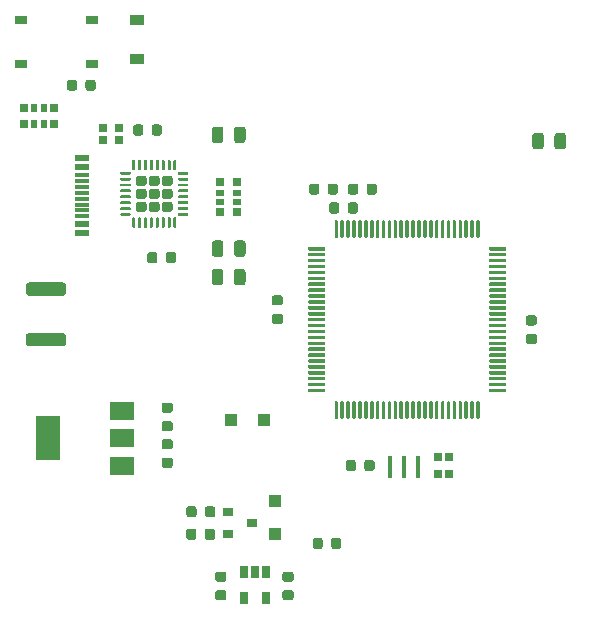
<source format=gtp>
G04 #@! TF.GenerationSoftware,KiCad,Pcbnew,(5.1.6)-1*
G04 #@! TF.CreationDate,2020-08-03T01:11:42+09:00*
G04 #@! TF.ProjectId,Meno_V101,4d656e6f-5f56-4313-9031-2e6b69636164,rev?*
G04 #@! TF.SameCoordinates,PX6cf7820PY7a67730*
G04 #@! TF.FileFunction,Paste,Top*
G04 #@! TF.FilePolarity,Positive*
%FSLAX46Y46*%
G04 Gerber Fmt 4.6, Leading zero omitted, Abs format (unit mm)*
G04 Created by KiCad (PCBNEW (5.1.6)-1) date 2020-08-03 01:11:42*
%MOMM*%
%LPD*%
G01*
G04 APERTURE LIST*
%ADD10R,0.640000X0.700000*%
%ADD11R,0.500000X0.700000*%
%ADD12R,0.400000X1.900000*%
%ADD13R,1.000000X0.700000*%
%ADD14R,1.150000X0.600000*%
%ADD15R,1.150000X0.300000*%
%ADD16R,2.000000X1.500000*%
%ADD17R,2.000000X3.800000*%
%ADD18R,0.700000X0.640000*%
%ADD19R,0.700000X0.500000*%
%ADD20R,1.200000X0.900000*%
%ADD21R,1.100000X1.100000*%
%ADD22R,0.900000X0.800000*%
%ADD23R,0.650000X1.060000*%
G04 APERTURE END LIST*
G36*
G01*
X9705000Y38687500D02*
X9705000Y38812500D01*
G75*
G02*
X9767500Y38875000I62500J0D01*
G01*
X10517500Y38875000D01*
G75*
G02*
X10580000Y38812500I0J-62500D01*
G01*
X10580000Y38687500D01*
G75*
G02*
X10517500Y38625000I-62500J0D01*
G01*
X9767500Y38625000D01*
G75*
G02*
X9705000Y38687500I0J62500D01*
G01*
G37*
G36*
G01*
X9705000Y38187500D02*
X9705000Y38312500D01*
G75*
G02*
X9767500Y38375000I62500J0D01*
G01*
X10517500Y38375000D01*
G75*
G02*
X10580000Y38312500I0J-62500D01*
G01*
X10580000Y38187500D01*
G75*
G02*
X10517500Y38125000I-62500J0D01*
G01*
X9767500Y38125000D01*
G75*
G02*
X9705000Y38187500I0J62500D01*
G01*
G37*
G36*
G01*
X9705000Y37687500D02*
X9705000Y37812500D01*
G75*
G02*
X9767500Y37875000I62500J0D01*
G01*
X10517500Y37875000D01*
G75*
G02*
X10580000Y37812500I0J-62500D01*
G01*
X10580000Y37687500D01*
G75*
G02*
X10517500Y37625000I-62500J0D01*
G01*
X9767500Y37625000D01*
G75*
G02*
X9705000Y37687500I0J62500D01*
G01*
G37*
G36*
G01*
X9705000Y37187500D02*
X9705000Y37312500D01*
G75*
G02*
X9767500Y37375000I62500J0D01*
G01*
X10517500Y37375000D01*
G75*
G02*
X10580000Y37312500I0J-62500D01*
G01*
X10580000Y37187500D01*
G75*
G02*
X10517500Y37125000I-62500J0D01*
G01*
X9767500Y37125000D01*
G75*
G02*
X9705000Y37187500I0J62500D01*
G01*
G37*
G36*
G01*
X9705000Y36687500D02*
X9705000Y36812500D01*
G75*
G02*
X9767500Y36875000I62500J0D01*
G01*
X10517500Y36875000D01*
G75*
G02*
X10580000Y36812500I0J-62500D01*
G01*
X10580000Y36687500D01*
G75*
G02*
X10517500Y36625000I-62500J0D01*
G01*
X9767500Y36625000D01*
G75*
G02*
X9705000Y36687500I0J62500D01*
G01*
G37*
G36*
G01*
X9705000Y36187500D02*
X9705000Y36312500D01*
G75*
G02*
X9767500Y36375000I62500J0D01*
G01*
X10517500Y36375000D01*
G75*
G02*
X10580000Y36312500I0J-62500D01*
G01*
X10580000Y36187500D01*
G75*
G02*
X10517500Y36125000I-62500J0D01*
G01*
X9767500Y36125000D01*
G75*
G02*
X9705000Y36187500I0J62500D01*
G01*
G37*
G36*
G01*
X9705000Y35687500D02*
X9705000Y35812500D01*
G75*
G02*
X9767500Y35875000I62500J0D01*
G01*
X10517500Y35875000D01*
G75*
G02*
X10580000Y35812500I0J-62500D01*
G01*
X10580000Y35687500D01*
G75*
G02*
X10517500Y35625000I-62500J0D01*
G01*
X9767500Y35625000D01*
G75*
G02*
X9705000Y35687500I0J62500D01*
G01*
G37*
G36*
G01*
X9705000Y35187500D02*
X9705000Y35312500D01*
G75*
G02*
X9767500Y35375000I62500J0D01*
G01*
X10517500Y35375000D01*
G75*
G02*
X10580000Y35312500I0J-62500D01*
G01*
X10580000Y35187500D01*
G75*
G02*
X10517500Y35125000I-62500J0D01*
G01*
X9767500Y35125000D01*
G75*
G02*
X9705000Y35187500I0J62500D01*
G01*
G37*
G36*
G01*
X10705000Y34187500D02*
X10705000Y34937500D01*
G75*
G02*
X10767500Y35000000I62500J0D01*
G01*
X10892500Y35000000D01*
G75*
G02*
X10955000Y34937500I0J-62500D01*
G01*
X10955000Y34187500D01*
G75*
G02*
X10892500Y34125000I-62500J0D01*
G01*
X10767500Y34125000D01*
G75*
G02*
X10705000Y34187500I0J62500D01*
G01*
G37*
G36*
G01*
X11205000Y34187500D02*
X11205000Y34937500D01*
G75*
G02*
X11267500Y35000000I62500J0D01*
G01*
X11392500Y35000000D01*
G75*
G02*
X11455000Y34937500I0J-62500D01*
G01*
X11455000Y34187500D01*
G75*
G02*
X11392500Y34125000I-62500J0D01*
G01*
X11267500Y34125000D01*
G75*
G02*
X11205000Y34187500I0J62500D01*
G01*
G37*
G36*
G01*
X11705000Y34187500D02*
X11705000Y34937500D01*
G75*
G02*
X11767500Y35000000I62500J0D01*
G01*
X11892500Y35000000D01*
G75*
G02*
X11955000Y34937500I0J-62500D01*
G01*
X11955000Y34187500D01*
G75*
G02*
X11892500Y34125000I-62500J0D01*
G01*
X11767500Y34125000D01*
G75*
G02*
X11705000Y34187500I0J62500D01*
G01*
G37*
G36*
G01*
X12205000Y34187500D02*
X12205000Y34937500D01*
G75*
G02*
X12267500Y35000000I62500J0D01*
G01*
X12392500Y35000000D01*
G75*
G02*
X12455000Y34937500I0J-62500D01*
G01*
X12455000Y34187500D01*
G75*
G02*
X12392500Y34125000I-62500J0D01*
G01*
X12267500Y34125000D01*
G75*
G02*
X12205000Y34187500I0J62500D01*
G01*
G37*
G36*
G01*
X12705000Y34187500D02*
X12705000Y34937500D01*
G75*
G02*
X12767500Y35000000I62500J0D01*
G01*
X12892500Y35000000D01*
G75*
G02*
X12955000Y34937500I0J-62500D01*
G01*
X12955000Y34187500D01*
G75*
G02*
X12892500Y34125000I-62500J0D01*
G01*
X12767500Y34125000D01*
G75*
G02*
X12705000Y34187500I0J62500D01*
G01*
G37*
G36*
G01*
X13205000Y34187500D02*
X13205000Y34937500D01*
G75*
G02*
X13267500Y35000000I62500J0D01*
G01*
X13392500Y35000000D01*
G75*
G02*
X13455000Y34937500I0J-62500D01*
G01*
X13455000Y34187500D01*
G75*
G02*
X13392500Y34125000I-62500J0D01*
G01*
X13267500Y34125000D01*
G75*
G02*
X13205000Y34187500I0J62500D01*
G01*
G37*
G36*
G01*
X13705000Y34187500D02*
X13705000Y34937500D01*
G75*
G02*
X13767500Y35000000I62500J0D01*
G01*
X13892500Y35000000D01*
G75*
G02*
X13955000Y34937500I0J-62500D01*
G01*
X13955000Y34187500D01*
G75*
G02*
X13892500Y34125000I-62500J0D01*
G01*
X13767500Y34125000D01*
G75*
G02*
X13705000Y34187500I0J62500D01*
G01*
G37*
G36*
G01*
X14205000Y34187500D02*
X14205000Y34937500D01*
G75*
G02*
X14267500Y35000000I62500J0D01*
G01*
X14392500Y35000000D01*
G75*
G02*
X14455000Y34937500I0J-62500D01*
G01*
X14455000Y34187500D01*
G75*
G02*
X14392500Y34125000I-62500J0D01*
G01*
X14267500Y34125000D01*
G75*
G02*
X14205000Y34187500I0J62500D01*
G01*
G37*
G36*
G01*
X14580000Y35187500D02*
X14580000Y35312500D01*
G75*
G02*
X14642500Y35375000I62500J0D01*
G01*
X15392500Y35375000D01*
G75*
G02*
X15455000Y35312500I0J-62500D01*
G01*
X15455000Y35187500D01*
G75*
G02*
X15392500Y35125000I-62500J0D01*
G01*
X14642500Y35125000D01*
G75*
G02*
X14580000Y35187500I0J62500D01*
G01*
G37*
G36*
G01*
X14580000Y35687500D02*
X14580000Y35812500D01*
G75*
G02*
X14642500Y35875000I62500J0D01*
G01*
X15392500Y35875000D01*
G75*
G02*
X15455000Y35812500I0J-62500D01*
G01*
X15455000Y35687500D01*
G75*
G02*
X15392500Y35625000I-62500J0D01*
G01*
X14642500Y35625000D01*
G75*
G02*
X14580000Y35687500I0J62500D01*
G01*
G37*
G36*
G01*
X14580000Y36187500D02*
X14580000Y36312500D01*
G75*
G02*
X14642500Y36375000I62500J0D01*
G01*
X15392500Y36375000D01*
G75*
G02*
X15455000Y36312500I0J-62500D01*
G01*
X15455000Y36187500D01*
G75*
G02*
X15392500Y36125000I-62500J0D01*
G01*
X14642500Y36125000D01*
G75*
G02*
X14580000Y36187500I0J62500D01*
G01*
G37*
G36*
G01*
X14580000Y36687500D02*
X14580000Y36812500D01*
G75*
G02*
X14642500Y36875000I62500J0D01*
G01*
X15392500Y36875000D01*
G75*
G02*
X15455000Y36812500I0J-62500D01*
G01*
X15455000Y36687500D01*
G75*
G02*
X15392500Y36625000I-62500J0D01*
G01*
X14642500Y36625000D01*
G75*
G02*
X14580000Y36687500I0J62500D01*
G01*
G37*
G36*
G01*
X14580000Y37187500D02*
X14580000Y37312500D01*
G75*
G02*
X14642500Y37375000I62500J0D01*
G01*
X15392500Y37375000D01*
G75*
G02*
X15455000Y37312500I0J-62500D01*
G01*
X15455000Y37187500D01*
G75*
G02*
X15392500Y37125000I-62500J0D01*
G01*
X14642500Y37125000D01*
G75*
G02*
X14580000Y37187500I0J62500D01*
G01*
G37*
G36*
G01*
X14580000Y37687500D02*
X14580000Y37812500D01*
G75*
G02*
X14642500Y37875000I62500J0D01*
G01*
X15392500Y37875000D01*
G75*
G02*
X15455000Y37812500I0J-62500D01*
G01*
X15455000Y37687500D01*
G75*
G02*
X15392500Y37625000I-62500J0D01*
G01*
X14642500Y37625000D01*
G75*
G02*
X14580000Y37687500I0J62500D01*
G01*
G37*
G36*
G01*
X14580000Y38187500D02*
X14580000Y38312500D01*
G75*
G02*
X14642500Y38375000I62500J0D01*
G01*
X15392500Y38375000D01*
G75*
G02*
X15455000Y38312500I0J-62500D01*
G01*
X15455000Y38187500D01*
G75*
G02*
X15392500Y38125000I-62500J0D01*
G01*
X14642500Y38125000D01*
G75*
G02*
X14580000Y38187500I0J62500D01*
G01*
G37*
G36*
G01*
X14580000Y38687500D02*
X14580000Y38812500D01*
G75*
G02*
X14642500Y38875000I62500J0D01*
G01*
X15392500Y38875000D01*
G75*
G02*
X15455000Y38812500I0J-62500D01*
G01*
X15455000Y38687500D01*
G75*
G02*
X15392500Y38625000I-62500J0D01*
G01*
X14642500Y38625000D01*
G75*
G02*
X14580000Y38687500I0J62500D01*
G01*
G37*
G36*
G01*
X14205000Y39062500D02*
X14205000Y39812500D01*
G75*
G02*
X14267500Y39875000I62500J0D01*
G01*
X14392500Y39875000D01*
G75*
G02*
X14455000Y39812500I0J-62500D01*
G01*
X14455000Y39062500D01*
G75*
G02*
X14392500Y39000000I-62500J0D01*
G01*
X14267500Y39000000D01*
G75*
G02*
X14205000Y39062500I0J62500D01*
G01*
G37*
G36*
G01*
X13705000Y39062500D02*
X13705000Y39812500D01*
G75*
G02*
X13767500Y39875000I62500J0D01*
G01*
X13892500Y39875000D01*
G75*
G02*
X13955000Y39812500I0J-62500D01*
G01*
X13955000Y39062500D01*
G75*
G02*
X13892500Y39000000I-62500J0D01*
G01*
X13767500Y39000000D01*
G75*
G02*
X13705000Y39062500I0J62500D01*
G01*
G37*
G36*
G01*
X13205000Y39062500D02*
X13205000Y39812500D01*
G75*
G02*
X13267500Y39875000I62500J0D01*
G01*
X13392500Y39875000D01*
G75*
G02*
X13455000Y39812500I0J-62500D01*
G01*
X13455000Y39062500D01*
G75*
G02*
X13392500Y39000000I-62500J0D01*
G01*
X13267500Y39000000D01*
G75*
G02*
X13205000Y39062500I0J62500D01*
G01*
G37*
G36*
G01*
X12705000Y39062500D02*
X12705000Y39812500D01*
G75*
G02*
X12767500Y39875000I62500J0D01*
G01*
X12892500Y39875000D01*
G75*
G02*
X12955000Y39812500I0J-62500D01*
G01*
X12955000Y39062500D01*
G75*
G02*
X12892500Y39000000I-62500J0D01*
G01*
X12767500Y39000000D01*
G75*
G02*
X12705000Y39062500I0J62500D01*
G01*
G37*
G36*
G01*
X12205000Y39062500D02*
X12205000Y39812500D01*
G75*
G02*
X12267500Y39875000I62500J0D01*
G01*
X12392500Y39875000D01*
G75*
G02*
X12455000Y39812500I0J-62500D01*
G01*
X12455000Y39062500D01*
G75*
G02*
X12392500Y39000000I-62500J0D01*
G01*
X12267500Y39000000D01*
G75*
G02*
X12205000Y39062500I0J62500D01*
G01*
G37*
G36*
G01*
X11705000Y39062500D02*
X11705000Y39812500D01*
G75*
G02*
X11767500Y39875000I62500J0D01*
G01*
X11892500Y39875000D01*
G75*
G02*
X11955000Y39812500I0J-62500D01*
G01*
X11955000Y39062500D01*
G75*
G02*
X11892500Y39000000I-62500J0D01*
G01*
X11767500Y39000000D01*
G75*
G02*
X11705000Y39062500I0J62500D01*
G01*
G37*
G36*
G01*
X11205000Y39062500D02*
X11205000Y39812500D01*
G75*
G02*
X11267500Y39875000I62500J0D01*
G01*
X11392500Y39875000D01*
G75*
G02*
X11455000Y39812500I0J-62500D01*
G01*
X11455000Y39062500D01*
G75*
G02*
X11392500Y39000000I-62500J0D01*
G01*
X11267500Y39000000D01*
G75*
G02*
X11205000Y39062500I0J62500D01*
G01*
G37*
G36*
G01*
X10705000Y39062500D02*
X10705000Y39812500D01*
G75*
G02*
X10767500Y39875000I62500J0D01*
G01*
X10892500Y39875000D01*
G75*
G02*
X10955000Y39812500I0J-62500D01*
G01*
X10955000Y39062500D01*
G75*
G02*
X10892500Y39000000I-62500J0D01*
G01*
X10767500Y39000000D01*
G75*
G02*
X10705000Y39062500I0J62500D01*
G01*
G37*
G36*
G01*
X11035000Y37877500D02*
X11035000Y38322500D01*
G75*
G02*
X11257500Y38545000I222500J0D01*
G01*
X11702500Y38545000D01*
G75*
G02*
X11925000Y38322500I0J-222500D01*
G01*
X11925000Y37877500D01*
G75*
G02*
X11702500Y37655000I-222500J0D01*
G01*
X11257500Y37655000D01*
G75*
G02*
X11035000Y37877500I0J222500D01*
G01*
G37*
G36*
G01*
X11035000Y36777500D02*
X11035000Y37222500D01*
G75*
G02*
X11257500Y37445000I222500J0D01*
G01*
X11702500Y37445000D01*
G75*
G02*
X11925000Y37222500I0J-222500D01*
G01*
X11925000Y36777500D01*
G75*
G02*
X11702500Y36555000I-222500J0D01*
G01*
X11257500Y36555000D01*
G75*
G02*
X11035000Y36777500I0J222500D01*
G01*
G37*
G36*
G01*
X11035000Y35677500D02*
X11035000Y36122500D01*
G75*
G02*
X11257500Y36345000I222500J0D01*
G01*
X11702500Y36345000D01*
G75*
G02*
X11925000Y36122500I0J-222500D01*
G01*
X11925000Y35677500D01*
G75*
G02*
X11702500Y35455000I-222500J0D01*
G01*
X11257500Y35455000D01*
G75*
G02*
X11035000Y35677500I0J222500D01*
G01*
G37*
G36*
G01*
X12135000Y37877500D02*
X12135000Y38322500D01*
G75*
G02*
X12357500Y38545000I222500J0D01*
G01*
X12802500Y38545000D01*
G75*
G02*
X13025000Y38322500I0J-222500D01*
G01*
X13025000Y37877500D01*
G75*
G02*
X12802500Y37655000I-222500J0D01*
G01*
X12357500Y37655000D01*
G75*
G02*
X12135000Y37877500I0J222500D01*
G01*
G37*
G36*
G01*
X12135000Y36777500D02*
X12135000Y37222500D01*
G75*
G02*
X12357500Y37445000I222500J0D01*
G01*
X12802500Y37445000D01*
G75*
G02*
X13025000Y37222500I0J-222500D01*
G01*
X13025000Y36777500D01*
G75*
G02*
X12802500Y36555000I-222500J0D01*
G01*
X12357500Y36555000D01*
G75*
G02*
X12135000Y36777500I0J222500D01*
G01*
G37*
G36*
G01*
X12135000Y35677500D02*
X12135000Y36122500D01*
G75*
G02*
X12357500Y36345000I222500J0D01*
G01*
X12802500Y36345000D01*
G75*
G02*
X13025000Y36122500I0J-222500D01*
G01*
X13025000Y35677500D01*
G75*
G02*
X12802500Y35455000I-222500J0D01*
G01*
X12357500Y35455000D01*
G75*
G02*
X12135000Y35677500I0J222500D01*
G01*
G37*
G36*
G01*
X13235000Y37877500D02*
X13235000Y38322500D01*
G75*
G02*
X13457500Y38545000I222500J0D01*
G01*
X13902500Y38545000D01*
G75*
G02*
X14125000Y38322500I0J-222500D01*
G01*
X14125000Y37877500D01*
G75*
G02*
X13902500Y37655000I-222500J0D01*
G01*
X13457500Y37655000D01*
G75*
G02*
X13235000Y37877500I0J222500D01*
G01*
G37*
G36*
G01*
X13235000Y36777500D02*
X13235000Y37222500D01*
G75*
G02*
X13457500Y37445000I222500J0D01*
G01*
X13902500Y37445000D01*
G75*
G02*
X14125000Y37222500I0J-222500D01*
G01*
X14125000Y36777500D01*
G75*
G02*
X13902500Y36555000I-222500J0D01*
G01*
X13457500Y36555000D01*
G75*
G02*
X13235000Y36777500I0J222500D01*
G01*
G37*
G36*
G01*
X13235000Y35677500D02*
X13235000Y36122500D01*
G75*
G02*
X13457500Y36345000I222500J0D01*
G01*
X13902500Y36345000D01*
G75*
G02*
X14125000Y36122500I0J-222500D01*
G01*
X14125000Y35677500D01*
G75*
G02*
X13902500Y35455000I-222500J0D01*
G01*
X13457500Y35455000D01*
G75*
G02*
X13235000Y35677500I0J222500D01*
G01*
G37*
G36*
G01*
X19330000Y29503750D02*
X19330000Y30416250D01*
G75*
G02*
X19573750Y30660000I243750J0D01*
G01*
X20061250Y30660000D01*
G75*
G02*
X20305000Y30416250I0J-243750D01*
G01*
X20305000Y29503750D01*
G75*
G02*
X20061250Y29260000I-243750J0D01*
G01*
X19573750Y29260000D01*
G75*
G02*
X19330000Y29503750I0J243750D01*
G01*
G37*
G36*
G01*
X17455000Y29503750D02*
X17455000Y30416250D01*
G75*
G02*
X17698750Y30660000I243750J0D01*
G01*
X18186250Y30660000D01*
G75*
G02*
X18430000Y30416250I0J-243750D01*
G01*
X18430000Y29503750D01*
G75*
G02*
X18186250Y29260000I-243750J0D01*
G01*
X17698750Y29260000D01*
G75*
G02*
X17455000Y29503750I0J243750D01*
G01*
G37*
G36*
G01*
X14425000Y31856250D02*
X14425000Y31343750D01*
G75*
G02*
X14206250Y31125000I-218750J0D01*
G01*
X13768750Y31125000D01*
G75*
G02*
X13550000Y31343750I0J218750D01*
G01*
X13550000Y31856250D01*
G75*
G02*
X13768750Y32075000I218750J0D01*
G01*
X14206250Y32075000D01*
G75*
G02*
X14425000Y31856250I0J-218750D01*
G01*
G37*
G36*
G01*
X12850000Y31856250D02*
X12850000Y31343750D01*
G75*
G02*
X12631250Y31125000I-218750J0D01*
G01*
X12193750Y31125000D01*
G75*
G02*
X11975000Y31343750I0J218750D01*
G01*
X11975000Y31856250D01*
G75*
G02*
X12193750Y32075000I218750J0D01*
G01*
X12631250Y32075000D01*
G75*
G02*
X12850000Y31856250I0J-218750D01*
G01*
G37*
D10*
X4080000Y44280000D03*
D11*
X2410000Y44280000D03*
X3210000Y44280000D03*
D10*
X1540000Y44280000D03*
D11*
X3210000Y42880000D03*
D10*
X4080000Y42880000D03*
D11*
X2410000Y42880000D03*
D10*
X1540000Y42880000D03*
X37570000Y14700000D03*
X36630000Y14700000D03*
X36630000Y13300000D03*
X37570000Y13300000D03*
G36*
G01*
X26550000Y37656250D02*
X26550000Y37143750D01*
G75*
G02*
X26331250Y36925000I-218750J0D01*
G01*
X25893750Y36925000D01*
G75*
G02*
X25675000Y37143750I0J218750D01*
G01*
X25675000Y37656250D01*
G75*
G02*
X25893750Y37875000I218750J0D01*
G01*
X26331250Y37875000D01*
G75*
G02*
X26550000Y37656250I0J-218750D01*
G01*
G37*
G36*
G01*
X28125000Y37656250D02*
X28125000Y37143750D01*
G75*
G02*
X27906250Y36925000I-218750J0D01*
G01*
X27468750Y36925000D01*
G75*
G02*
X27250000Y37143750I0J218750D01*
G01*
X27250000Y37656250D01*
G75*
G02*
X27468750Y37875000I218750J0D01*
G01*
X27906250Y37875000D01*
G75*
G02*
X28125000Y37656250I0J-218750D01*
G01*
G37*
D12*
X32500000Y13900000D03*
X33700000Y13900000D03*
X34900000Y13900000D03*
D13*
X1300000Y51700000D03*
X1300000Y48000000D03*
X7300000Y51700000D03*
X7300000Y48000000D03*
G36*
G01*
X25590000Y32275000D02*
X25590000Y32425000D01*
G75*
G02*
X25665000Y32500000I75000J0D01*
G01*
X26990000Y32500000D01*
G75*
G02*
X27065000Y32425000I0J-75000D01*
G01*
X27065000Y32275000D01*
G75*
G02*
X26990000Y32200000I-75000J0D01*
G01*
X25665000Y32200000D01*
G75*
G02*
X25590000Y32275000I0J75000D01*
G01*
G37*
G36*
G01*
X25590000Y31775000D02*
X25590000Y31925000D01*
G75*
G02*
X25665000Y32000000I75000J0D01*
G01*
X26990000Y32000000D01*
G75*
G02*
X27065000Y31925000I0J-75000D01*
G01*
X27065000Y31775000D01*
G75*
G02*
X26990000Y31700000I-75000J0D01*
G01*
X25665000Y31700000D01*
G75*
G02*
X25590000Y31775000I0J75000D01*
G01*
G37*
G36*
G01*
X25590000Y31275000D02*
X25590000Y31425000D01*
G75*
G02*
X25665000Y31500000I75000J0D01*
G01*
X26990000Y31500000D01*
G75*
G02*
X27065000Y31425000I0J-75000D01*
G01*
X27065000Y31275000D01*
G75*
G02*
X26990000Y31200000I-75000J0D01*
G01*
X25665000Y31200000D01*
G75*
G02*
X25590000Y31275000I0J75000D01*
G01*
G37*
G36*
G01*
X25590000Y30775000D02*
X25590000Y30925000D01*
G75*
G02*
X25665000Y31000000I75000J0D01*
G01*
X26990000Y31000000D01*
G75*
G02*
X27065000Y30925000I0J-75000D01*
G01*
X27065000Y30775000D01*
G75*
G02*
X26990000Y30700000I-75000J0D01*
G01*
X25665000Y30700000D01*
G75*
G02*
X25590000Y30775000I0J75000D01*
G01*
G37*
G36*
G01*
X25590000Y30275000D02*
X25590000Y30425000D01*
G75*
G02*
X25665000Y30500000I75000J0D01*
G01*
X26990000Y30500000D01*
G75*
G02*
X27065000Y30425000I0J-75000D01*
G01*
X27065000Y30275000D01*
G75*
G02*
X26990000Y30200000I-75000J0D01*
G01*
X25665000Y30200000D01*
G75*
G02*
X25590000Y30275000I0J75000D01*
G01*
G37*
G36*
G01*
X25590000Y29775000D02*
X25590000Y29925000D01*
G75*
G02*
X25665000Y30000000I75000J0D01*
G01*
X26990000Y30000000D01*
G75*
G02*
X27065000Y29925000I0J-75000D01*
G01*
X27065000Y29775000D01*
G75*
G02*
X26990000Y29700000I-75000J0D01*
G01*
X25665000Y29700000D01*
G75*
G02*
X25590000Y29775000I0J75000D01*
G01*
G37*
G36*
G01*
X25590000Y29275000D02*
X25590000Y29425000D01*
G75*
G02*
X25665000Y29500000I75000J0D01*
G01*
X26990000Y29500000D01*
G75*
G02*
X27065000Y29425000I0J-75000D01*
G01*
X27065000Y29275000D01*
G75*
G02*
X26990000Y29200000I-75000J0D01*
G01*
X25665000Y29200000D01*
G75*
G02*
X25590000Y29275000I0J75000D01*
G01*
G37*
G36*
G01*
X25590000Y28775000D02*
X25590000Y28925000D01*
G75*
G02*
X25665000Y29000000I75000J0D01*
G01*
X26990000Y29000000D01*
G75*
G02*
X27065000Y28925000I0J-75000D01*
G01*
X27065000Y28775000D01*
G75*
G02*
X26990000Y28700000I-75000J0D01*
G01*
X25665000Y28700000D01*
G75*
G02*
X25590000Y28775000I0J75000D01*
G01*
G37*
G36*
G01*
X25590000Y28275000D02*
X25590000Y28425000D01*
G75*
G02*
X25665000Y28500000I75000J0D01*
G01*
X26990000Y28500000D01*
G75*
G02*
X27065000Y28425000I0J-75000D01*
G01*
X27065000Y28275000D01*
G75*
G02*
X26990000Y28200000I-75000J0D01*
G01*
X25665000Y28200000D01*
G75*
G02*
X25590000Y28275000I0J75000D01*
G01*
G37*
G36*
G01*
X25590000Y27775000D02*
X25590000Y27925000D01*
G75*
G02*
X25665000Y28000000I75000J0D01*
G01*
X26990000Y28000000D01*
G75*
G02*
X27065000Y27925000I0J-75000D01*
G01*
X27065000Y27775000D01*
G75*
G02*
X26990000Y27700000I-75000J0D01*
G01*
X25665000Y27700000D01*
G75*
G02*
X25590000Y27775000I0J75000D01*
G01*
G37*
G36*
G01*
X25590000Y27275000D02*
X25590000Y27425000D01*
G75*
G02*
X25665000Y27500000I75000J0D01*
G01*
X26990000Y27500000D01*
G75*
G02*
X27065000Y27425000I0J-75000D01*
G01*
X27065000Y27275000D01*
G75*
G02*
X26990000Y27200000I-75000J0D01*
G01*
X25665000Y27200000D01*
G75*
G02*
X25590000Y27275000I0J75000D01*
G01*
G37*
G36*
G01*
X25590000Y26775000D02*
X25590000Y26925000D01*
G75*
G02*
X25665000Y27000000I75000J0D01*
G01*
X26990000Y27000000D01*
G75*
G02*
X27065000Y26925000I0J-75000D01*
G01*
X27065000Y26775000D01*
G75*
G02*
X26990000Y26700000I-75000J0D01*
G01*
X25665000Y26700000D01*
G75*
G02*
X25590000Y26775000I0J75000D01*
G01*
G37*
G36*
G01*
X25590000Y26275000D02*
X25590000Y26425000D01*
G75*
G02*
X25665000Y26500000I75000J0D01*
G01*
X26990000Y26500000D01*
G75*
G02*
X27065000Y26425000I0J-75000D01*
G01*
X27065000Y26275000D01*
G75*
G02*
X26990000Y26200000I-75000J0D01*
G01*
X25665000Y26200000D01*
G75*
G02*
X25590000Y26275000I0J75000D01*
G01*
G37*
G36*
G01*
X25590000Y25775000D02*
X25590000Y25925000D01*
G75*
G02*
X25665000Y26000000I75000J0D01*
G01*
X26990000Y26000000D01*
G75*
G02*
X27065000Y25925000I0J-75000D01*
G01*
X27065000Y25775000D01*
G75*
G02*
X26990000Y25700000I-75000J0D01*
G01*
X25665000Y25700000D01*
G75*
G02*
X25590000Y25775000I0J75000D01*
G01*
G37*
G36*
G01*
X25590000Y25275000D02*
X25590000Y25425000D01*
G75*
G02*
X25665000Y25500000I75000J0D01*
G01*
X26990000Y25500000D01*
G75*
G02*
X27065000Y25425000I0J-75000D01*
G01*
X27065000Y25275000D01*
G75*
G02*
X26990000Y25200000I-75000J0D01*
G01*
X25665000Y25200000D01*
G75*
G02*
X25590000Y25275000I0J75000D01*
G01*
G37*
G36*
G01*
X25590000Y24775000D02*
X25590000Y24925000D01*
G75*
G02*
X25665000Y25000000I75000J0D01*
G01*
X26990000Y25000000D01*
G75*
G02*
X27065000Y24925000I0J-75000D01*
G01*
X27065000Y24775000D01*
G75*
G02*
X26990000Y24700000I-75000J0D01*
G01*
X25665000Y24700000D01*
G75*
G02*
X25590000Y24775000I0J75000D01*
G01*
G37*
G36*
G01*
X25590000Y24275000D02*
X25590000Y24425000D01*
G75*
G02*
X25665000Y24500000I75000J0D01*
G01*
X26990000Y24500000D01*
G75*
G02*
X27065000Y24425000I0J-75000D01*
G01*
X27065000Y24275000D01*
G75*
G02*
X26990000Y24200000I-75000J0D01*
G01*
X25665000Y24200000D01*
G75*
G02*
X25590000Y24275000I0J75000D01*
G01*
G37*
G36*
G01*
X25590000Y23775000D02*
X25590000Y23925000D01*
G75*
G02*
X25665000Y24000000I75000J0D01*
G01*
X26990000Y24000000D01*
G75*
G02*
X27065000Y23925000I0J-75000D01*
G01*
X27065000Y23775000D01*
G75*
G02*
X26990000Y23700000I-75000J0D01*
G01*
X25665000Y23700000D01*
G75*
G02*
X25590000Y23775000I0J75000D01*
G01*
G37*
G36*
G01*
X25590000Y23275000D02*
X25590000Y23425000D01*
G75*
G02*
X25665000Y23500000I75000J0D01*
G01*
X26990000Y23500000D01*
G75*
G02*
X27065000Y23425000I0J-75000D01*
G01*
X27065000Y23275000D01*
G75*
G02*
X26990000Y23200000I-75000J0D01*
G01*
X25665000Y23200000D01*
G75*
G02*
X25590000Y23275000I0J75000D01*
G01*
G37*
G36*
G01*
X25590000Y22775000D02*
X25590000Y22925000D01*
G75*
G02*
X25665000Y23000000I75000J0D01*
G01*
X26990000Y23000000D01*
G75*
G02*
X27065000Y22925000I0J-75000D01*
G01*
X27065000Y22775000D01*
G75*
G02*
X26990000Y22700000I-75000J0D01*
G01*
X25665000Y22700000D01*
G75*
G02*
X25590000Y22775000I0J75000D01*
G01*
G37*
G36*
G01*
X25590000Y22275000D02*
X25590000Y22425000D01*
G75*
G02*
X25665000Y22500000I75000J0D01*
G01*
X26990000Y22500000D01*
G75*
G02*
X27065000Y22425000I0J-75000D01*
G01*
X27065000Y22275000D01*
G75*
G02*
X26990000Y22200000I-75000J0D01*
G01*
X25665000Y22200000D01*
G75*
G02*
X25590000Y22275000I0J75000D01*
G01*
G37*
G36*
G01*
X25590000Y21775000D02*
X25590000Y21925000D01*
G75*
G02*
X25665000Y22000000I75000J0D01*
G01*
X26990000Y22000000D01*
G75*
G02*
X27065000Y21925000I0J-75000D01*
G01*
X27065000Y21775000D01*
G75*
G02*
X26990000Y21700000I-75000J0D01*
G01*
X25665000Y21700000D01*
G75*
G02*
X25590000Y21775000I0J75000D01*
G01*
G37*
G36*
G01*
X25590000Y21275000D02*
X25590000Y21425000D01*
G75*
G02*
X25665000Y21500000I75000J0D01*
G01*
X26990000Y21500000D01*
G75*
G02*
X27065000Y21425000I0J-75000D01*
G01*
X27065000Y21275000D01*
G75*
G02*
X26990000Y21200000I-75000J0D01*
G01*
X25665000Y21200000D01*
G75*
G02*
X25590000Y21275000I0J75000D01*
G01*
G37*
G36*
G01*
X25590000Y20775000D02*
X25590000Y20925000D01*
G75*
G02*
X25665000Y21000000I75000J0D01*
G01*
X26990000Y21000000D01*
G75*
G02*
X27065000Y20925000I0J-75000D01*
G01*
X27065000Y20775000D01*
G75*
G02*
X26990000Y20700000I-75000J0D01*
G01*
X25665000Y20700000D01*
G75*
G02*
X25590000Y20775000I0J75000D01*
G01*
G37*
G36*
G01*
X25590000Y20275000D02*
X25590000Y20425000D01*
G75*
G02*
X25665000Y20500000I75000J0D01*
G01*
X26990000Y20500000D01*
G75*
G02*
X27065000Y20425000I0J-75000D01*
G01*
X27065000Y20275000D01*
G75*
G02*
X26990000Y20200000I-75000J0D01*
G01*
X25665000Y20200000D01*
G75*
G02*
X25590000Y20275000I0J75000D01*
G01*
G37*
G36*
G01*
X27840000Y18025000D02*
X27840000Y19350000D01*
G75*
G02*
X27915000Y19425000I75000J0D01*
G01*
X28065000Y19425000D01*
G75*
G02*
X28140000Y19350000I0J-75000D01*
G01*
X28140000Y18025000D01*
G75*
G02*
X28065000Y17950000I-75000J0D01*
G01*
X27915000Y17950000D01*
G75*
G02*
X27840000Y18025000I0J75000D01*
G01*
G37*
G36*
G01*
X28340000Y18025000D02*
X28340000Y19350000D01*
G75*
G02*
X28415000Y19425000I75000J0D01*
G01*
X28565000Y19425000D01*
G75*
G02*
X28640000Y19350000I0J-75000D01*
G01*
X28640000Y18025000D01*
G75*
G02*
X28565000Y17950000I-75000J0D01*
G01*
X28415000Y17950000D01*
G75*
G02*
X28340000Y18025000I0J75000D01*
G01*
G37*
G36*
G01*
X28840000Y18025000D02*
X28840000Y19350000D01*
G75*
G02*
X28915000Y19425000I75000J0D01*
G01*
X29065000Y19425000D01*
G75*
G02*
X29140000Y19350000I0J-75000D01*
G01*
X29140000Y18025000D01*
G75*
G02*
X29065000Y17950000I-75000J0D01*
G01*
X28915000Y17950000D01*
G75*
G02*
X28840000Y18025000I0J75000D01*
G01*
G37*
G36*
G01*
X29340000Y18025000D02*
X29340000Y19350000D01*
G75*
G02*
X29415000Y19425000I75000J0D01*
G01*
X29565000Y19425000D01*
G75*
G02*
X29640000Y19350000I0J-75000D01*
G01*
X29640000Y18025000D01*
G75*
G02*
X29565000Y17950000I-75000J0D01*
G01*
X29415000Y17950000D01*
G75*
G02*
X29340000Y18025000I0J75000D01*
G01*
G37*
G36*
G01*
X29840000Y18025000D02*
X29840000Y19350000D01*
G75*
G02*
X29915000Y19425000I75000J0D01*
G01*
X30065000Y19425000D01*
G75*
G02*
X30140000Y19350000I0J-75000D01*
G01*
X30140000Y18025000D01*
G75*
G02*
X30065000Y17950000I-75000J0D01*
G01*
X29915000Y17950000D01*
G75*
G02*
X29840000Y18025000I0J75000D01*
G01*
G37*
G36*
G01*
X30340000Y18025000D02*
X30340000Y19350000D01*
G75*
G02*
X30415000Y19425000I75000J0D01*
G01*
X30565000Y19425000D01*
G75*
G02*
X30640000Y19350000I0J-75000D01*
G01*
X30640000Y18025000D01*
G75*
G02*
X30565000Y17950000I-75000J0D01*
G01*
X30415000Y17950000D01*
G75*
G02*
X30340000Y18025000I0J75000D01*
G01*
G37*
G36*
G01*
X30840000Y18025000D02*
X30840000Y19350000D01*
G75*
G02*
X30915000Y19425000I75000J0D01*
G01*
X31065000Y19425000D01*
G75*
G02*
X31140000Y19350000I0J-75000D01*
G01*
X31140000Y18025000D01*
G75*
G02*
X31065000Y17950000I-75000J0D01*
G01*
X30915000Y17950000D01*
G75*
G02*
X30840000Y18025000I0J75000D01*
G01*
G37*
G36*
G01*
X31340000Y18025000D02*
X31340000Y19350000D01*
G75*
G02*
X31415000Y19425000I75000J0D01*
G01*
X31565000Y19425000D01*
G75*
G02*
X31640000Y19350000I0J-75000D01*
G01*
X31640000Y18025000D01*
G75*
G02*
X31565000Y17950000I-75000J0D01*
G01*
X31415000Y17950000D01*
G75*
G02*
X31340000Y18025000I0J75000D01*
G01*
G37*
G36*
G01*
X31840000Y18025000D02*
X31840000Y19350000D01*
G75*
G02*
X31915000Y19425000I75000J0D01*
G01*
X32065000Y19425000D01*
G75*
G02*
X32140000Y19350000I0J-75000D01*
G01*
X32140000Y18025000D01*
G75*
G02*
X32065000Y17950000I-75000J0D01*
G01*
X31915000Y17950000D01*
G75*
G02*
X31840000Y18025000I0J75000D01*
G01*
G37*
G36*
G01*
X32340000Y18025000D02*
X32340000Y19350000D01*
G75*
G02*
X32415000Y19425000I75000J0D01*
G01*
X32565000Y19425000D01*
G75*
G02*
X32640000Y19350000I0J-75000D01*
G01*
X32640000Y18025000D01*
G75*
G02*
X32565000Y17950000I-75000J0D01*
G01*
X32415000Y17950000D01*
G75*
G02*
X32340000Y18025000I0J75000D01*
G01*
G37*
G36*
G01*
X32840000Y18025000D02*
X32840000Y19350000D01*
G75*
G02*
X32915000Y19425000I75000J0D01*
G01*
X33065000Y19425000D01*
G75*
G02*
X33140000Y19350000I0J-75000D01*
G01*
X33140000Y18025000D01*
G75*
G02*
X33065000Y17950000I-75000J0D01*
G01*
X32915000Y17950000D01*
G75*
G02*
X32840000Y18025000I0J75000D01*
G01*
G37*
G36*
G01*
X33340000Y18025000D02*
X33340000Y19350000D01*
G75*
G02*
X33415000Y19425000I75000J0D01*
G01*
X33565000Y19425000D01*
G75*
G02*
X33640000Y19350000I0J-75000D01*
G01*
X33640000Y18025000D01*
G75*
G02*
X33565000Y17950000I-75000J0D01*
G01*
X33415000Y17950000D01*
G75*
G02*
X33340000Y18025000I0J75000D01*
G01*
G37*
G36*
G01*
X33840000Y18025000D02*
X33840000Y19350000D01*
G75*
G02*
X33915000Y19425000I75000J0D01*
G01*
X34065000Y19425000D01*
G75*
G02*
X34140000Y19350000I0J-75000D01*
G01*
X34140000Y18025000D01*
G75*
G02*
X34065000Y17950000I-75000J0D01*
G01*
X33915000Y17950000D01*
G75*
G02*
X33840000Y18025000I0J75000D01*
G01*
G37*
G36*
G01*
X34340000Y18025000D02*
X34340000Y19350000D01*
G75*
G02*
X34415000Y19425000I75000J0D01*
G01*
X34565000Y19425000D01*
G75*
G02*
X34640000Y19350000I0J-75000D01*
G01*
X34640000Y18025000D01*
G75*
G02*
X34565000Y17950000I-75000J0D01*
G01*
X34415000Y17950000D01*
G75*
G02*
X34340000Y18025000I0J75000D01*
G01*
G37*
G36*
G01*
X34840000Y18025000D02*
X34840000Y19350000D01*
G75*
G02*
X34915000Y19425000I75000J0D01*
G01*
X35065000Y19425000D01*
G75*
G02*
X35140000Y19350000I0J-75000D01*
G01*
X35140000Y18025000D01*
G75*
G02*
X35065000Y17950000I-75000J0D01*
G01*
X34915000Y17950000D01*
G75*
G02*
X34840000Y18025000I0J75000D01*
G01*
G37*
G36*
G01*
X35340000Y18025000D02*
X35340000Y19350000D01*
G75*
G02*
X35415000Y19425000I75000J0D01*
G01*
X35565000Y19425000D01*
G75*
G02*
X35640000Y19350000I0J-75000D01*
G01*
X35640000Y18025000D01*
G75*
G02*
X35565000Y17950000I-75000J0D01*
G01*
X35415000Y17950000D01*
G75*
G02*
X35340000Y18025000I0J75000D01*
G01*
G37*
G36*
G01*
X35840000Y18025000D02*
X35840000Y19350000D01*
G75*
G02*
X35915000Y19425000I75000J0D01*
G01*
X36065000Y19425000D01*
G75*
G02*
X36140000Y19350000I0J-75000D01*
G01*
X36140000Y18025000D01*
G75*
G02*
X36065000Y17950000I-75000J0D01*
G01*
X35915000Y17950000D01*
G75*
G02*
X35840000Y18025000I0J75000D01*
G01*
G37*
G36*
G01*
X36340000Y18025000D02*
X36340000Y19350000D01*
G75*
G02*
X36415000Y19425000I75000J0D01*
G01*
X36565000Y19425000D01*
G75*
G02*
X36640000Y19350000I0J-75000D01*
G01*
X36640000Y18025000D01*
G75*
G02*
X36565000Y17950000I-75000J0D01*
G01*
X36415000Y17950000D01*
G75*
G02*
X36340000Y18025000I0J75000D01*
G01*
G37*
G36*
G01*
X36840000Y18025000D02*
X36840000Y19350000D01*
G75*
G02*
X36915000Y19425000I75000J0D01*
G01*
X37065000Y19425000D01*
G75*
G02*
X37140000Y19350000I0J-75000D01*
G01*
X37140000Y18025000D01*
G75*
G02*
X37065000Y17950000I-75000J0D01*
G01*
X36915000Y17950000D01*
G75*
G02*
X36840000Y18025000I0J75000D01*
G01*
G37*
G36*
G01*
X37340000Y18025000D02*
X37340000Y19350000D01*
G75*
G02*
X37415000Y19425000I75000J0D01*
G01*
X37565000Y19425000D01*
G75*
G02*
X37640000Y19350000I0J-75000D01*
G01*
X37640000Y18025000D01*
G75*
G02*
X37565000Y17950000I-75000J0D01*
G01*
X37415000Y17950000D01*
G75*
G02*
X37340000Y18025000I0J75000D01*
G01*
G37*
G36*
G01*
X37840000Y18025000D02*
X37840000Y19350000D01*
G75*
G02*
X37915000Y19425000I75000J0D01*
G01*
X38065000Y19425000D01*
G75*
G02*
X38140000Y19350000I0J-75000D01*
G01*
X38140000Y18025000D01*
G75*
G02*
X38065000Y17950000I-75000J0D01*
G01*
X37915000Y17950000D01*
G75*
G02*
X37840000Y18025000I0J75000D01*
G01*
G37*
G36*
G01*
X38340000Y18025000D02*
X38340000Y19350000D01*
G75*
G02*
X38415000Y19425000I75000J0D01*
G01*
X38565000Y19425000D01*
G75*
G02*
X38640000Y19350000I0J-75000D01*
G01*
X38640000Y18025000D01*
G75*
G02*
X38565000Y17950000I-75000J0D01*
G01*
X38415000Y17950000D01*
G75*
G02*
X38340000Y18025000I0J75000D01*
G01*
G37*
G36*
G01*
X38840000Y18025000D02*
X38840000Y19350000D01*
G75*
G02*
X38915000Y19425000I75000J0D01*
G01*
X39065000Y19425000D01*
G75*
G02*
X39140000Y19350000I0J-75000D01*
G01*
X39140000Y18025000D01*
G75*
G02*
X39065000Y17950000I-75000J0D01*
G01*
X38915000Y17950000D01*
G75*
G02*
X38840000Y18025000I0J75000D01*
G01*
G37*
G36*
G01*
X39340000Y18025000D02*
X39340000Y19350000D01*
G75*
G02*
X39415000Y19425000I75000J0D01*
G01*
X39565000Y19425000D01*
G75*
G02*
X39640000Y19350000I0J-75000D01*
G01*
X39640000Y18025000D01*
G75*
G02*
X39565000Y17950000I-75000J0D01*
G01*
X39415000Y17950000D01*
G75*
G02*
X39340000Y18025000I0J75000D01*
G01*
G37*
G36*
G01*
X39840000Y18025000D02*
X39840000Y19350000D01*
G75*
G02*
X39915000Y19425000I75000J0D01*
G01*
X40065000Y19425000D01*
G75*
G02*
X40140000Y19350000I0J-75000D01*
G01*
X40140000Y18025000D01*
G75*
G02*
X40065000Y17950000I-75000J0D01*
G01*
X39915000Y17950000D01*
G75*
G02*
X39840000Y18025000I0J75000D01*
G01*
G37*
G36*
G01*
X40915000Y20275000D02*
X40915000Y20425000D01*
G75*
G02*
X40990000Y20500000I75000J0D01*
G01*
X42315000Y20500000D01*
G75*
G02*
X42390000Y20425000I0J-75000D01*
G01*
X42390000Y20275000D01*
G75*
G02*
X42315000Y20200000I-75000J0D01*
G01*
X40990000Y20200000D01*
G75*
G02*
X40915000Y20275000I0J75000D01*
G01*
G37*
G36*
G01*
X40915000Y20775000D02*
X40915000Y20925000D01*
G75*
G02*
X40990000Y21000000I75000J0D01*
G01*
X42315000Y21000000D01*
G75*
G02*
X42390000Y20925000I0J-75000D01*
G01*
X42390000Y20775000D01*
G75*
G02*
X42315000Y20700000I-75000J0D01*
G01*
X40990000Y20700000D01*
G75*
G02*
X40915000Y20775000I0J75000D01*
G01*
G37*
G36*
G01*
X40915000Y21275000D02*
X40915000Y21425000D01*
G75*
G02*
X40990000Y21500000I75000J0D01*
G01*
X42315000Y21500000D01*
G75*
G02*
X42390000Y21425000I0J-75000D01*
G01*
X42390000Y21275000D01*
G75*
G02*
X42315000Y21200000I-75000J0D01*
G01*
X40990000Y21200000D01*
G75*
G02*
X40915000Y21275000I0J75000D01*
G01*
G37*
G36*
G01*
X40915000Y21775000D02*
X40915000Y21925000D01*
G75*
G02*
X40990000Y22000000I75000J0D01*
G01*
X42315000Y22000000D01*
G75*
G02*
X42390000Y21925000I0J-75000D01*
G01*
X42390000Y21775000D01*
G75*
G02*
X42315000Y21700000I-75000J0D01*
G01*
X40990000Y21700000D01*
G75*
G02*
X40915000Y21775000I0J75000D01*
G01*
G37*
G36*
G01*
X40915000Y22275000D02*
X40915000Y22425000D01*
G75*
G02*
X40990000Y22500000I75000J0D01*
G01*
X42315000Y22500000D01*
G75*
G02*
X42390000Y22425000I0J-75000D01*
G01*
X42390000Y22275000D01*
G75*
G02*
X42315000Y22200000I-75000J0D01*
G01*
X40990000Y22200000D01*
G75*
G02*
X40915000Y22275000I0J75000D01*
G01*
G37*
G36*
G01*
X40915000Y22775000D02*
X40915000Y22925000D01*
G75*
G02*
X40990000Y23000000I75000J0D01*
G01*
X42315000Y23000000D01*
G75*
G02*
X42390000Y22925000I0J-75000D01*
G01*
X42390000Y22775000D01*
G75*
G02*
X42315000Y22700000I-75000J0D01*
G01*
X40990000Y22700000D01*
G75*
G02*
X40915000Y22775000I0J75000D01*
G01*
G37*
G36*
G01*
X40915000Y23275000D02*
X40915000Y23425000D01*
G75*
G02*
X40990000Y23500000I75000J0D01*
G01*
X42315000Y23500000D01*
G75*
G02*
X42390000Y23425000I0J-75000D01*
G01*
X42390000Y23275000D01*
G75*
G02*
X42315000Y23200000I-75000J0D01*
G01*
X40990000Y23200000D01*
G75*
G02*
X40915000Y23275000I0J75000D01*
G01*
G37*
G36*
G01*
X40915000Y23775000D02*
X40915000Y23925000D01*
G75*
G02*
X40990000Y24000000I75000J0D01*
G01*
X42315000Y24000000D01*
G75*
G02*
X42390000Y23925000I0J-75000D01*
G01*
X42390000Y23775000D01*
G75*
G02*
X42315000Y23700000I-75000J0D01*
G01*
X40990000Y23700000D01*
G75*
G02*
X40915000Y23775000I0J75000D01*
G01*
G37*
G36*
G01*
X40915000Y24275000D02*
X40915000Y24425000D01*
G75*
G02*
X40990000Y24500000I75000J0D01*
G01*
X42315000Y24500000D01*
G75*
G02*
X42390000Y24425000I0J-75000D01*
G01*
X42390000Y24275000D01*
G75*
G02*
X42315000Y24200000I-75000J0D01*
G01*
X40990000Y24200000D01*
G75*
G02*
X40915000Y24275000I0J75000D01*
G01*
G37*
G36*
G01*
X40915000Y24775000D02*
X40915000Y24925000D01*
G75*
G02*
X40990000Y25000000I75000J0D01*
G01*
X42315000Y25000000D01*
G75*
G02*
X42390000Y24925000I0J-75000D01*
G01*
X42390000Y24775000D01*
G75*
G02*
X42315000Y24700000I-75000J0D01*
G01*
X40990000Y24700000D01*
G75*
G02*
X40915000Y24775000I0J75000D01*
G01*
G37*
G36*
G01*
X40915000Y25275000D02*
X40915000Y25425000D01*
G75*
G02*
X40990000Y25500000I75000J0D01*
G01*
X42315000Y25500000D01*
G75*
G02*
X42390000Y25425000I0J-75000D01*
G01*
X42390000Y25275000D01*
G75*
G02*
X42315000Y25200000I-75000J0D01*
G01*
X40990000Y25200000D01*
G75*
G02*
X40915000Y25275000I0J75000D01*
G01*
G37*
G36*
G01*
X40915000Y25775000D02*
X40915000Y25925000D01*
G75*
G02*
X40990000Y26000000I75000J0D01*
G01*
X42315000Y26000000D01*
G75*
G02*
X42390000Y25925000I0J-75000D01*
G01*
X42390000Y25775000D01*
G75*
G02*
X42315000Y25700000I-75000J0D01*
G01*
X40990000Y25700000D01*
G75*
G02*
X40915000Y25775000I0J75000D01*
G01*
G37*
G36*
G01*
X40915000Y26275000D02*
X40915000Y26425000D01*
G75*
G02*
X40990000Y26500000I75000J0D01*
G01*
X42315000Y26500000D01*
G75*
G02*
X42390000Y26425000I0J-75000D01*
G01*
X42390000Y26275000D01*
G75*
G02*
X42315000Y26200000I-75000J0D01*
G01*
X40990000Y26200000D01*
G75*
G02*
X40915000Y26275000I0J75000D01*
G01*
G37*
G36*
G01*
X40915000Y26775000D02*
X40915000Y26925000D01*
G75*
G02*
X40990000Y27000000I75000J0D01*
G01*
X42315000Y27000000D01*
G75*
G02*
X42390000Y26925000I0J-75000D01*
G01*
X42390000Y26775000D01*
G75*
G02*
X42315000Y26700000I-75000J0D01*
G01*
X40990000Y26700000D01*
G75*
G02*
X40915000Y26775000I0J75000D01*
G01*
G37*
G36*
G01*
X40915000Y27275000D02*
X40915000Y27425000D01*
G75*
G02*
X40990000Y27500000I75000J0D01*
G01*
X42315000Y27500000D01*
G75*
G02*
X42390000Y27425000I0J-75000D01*
G01*
X42390000Y27275000D01*
G75*
G02*
X42315000Y27200000I-75000J0D01*
G01*
X40990000Y27200000D01*
G75*
G02*
X40915000Y27275000I0J75000D01*
G01*
G37*
G36*
G01*
X40915000Y27775000D02*
X40915000Y27925000D01*
G75*
G02*
X40990000Y28000000I75000J0D01*
G01*
X42315000Y28000000D01*
G75*
G02*
X42390000Y27925000I0J-75000D01*
G01*
X42390000Y27775000D01*
G75*
G02*
X42315000Y27700000I-75000J0D01*
G01*
X40990000Y27700000D01*
G75*
G02*
X40915000Y27775000I0J75000D01*
G01*
G37*
G36*
G01*
X40915000Y28275000D02*
X40915000Y28425000D01*
G75*
G02*
X40990000Y28500000I75000J0D01*
G01*
X42315000Y28500000D01*
G75*
G02*
X42390000Y28425000I0J-75000D01*
G01*
X42390000Y28275000D01*
G75*
G02*
X42315000Y28200000I-75000J0D01*
G01*
X40990000Y28200000D01*
G75*
G02*
X40915000Y28275000I0J75000D01*
G01*
G37*
G36*
G01*
X40915000Y28775000D02*
X40915000Y28925000D01*
G75*
G02*
X40990000Y29000000I75000J0D01*
G01*
X42315000Y29000000D01*
G75*
G02*
X42390000Y28925000I0J-75000D01*
G01*
X42390000Y28775000D01*
G75*
G02*
X42315000Y28700000I-75000J0D01*
G01*
X40990000Y28700000D01*
G75*
G02*
X40915000Y28775000I0J75000D01*
G01*
G37*
G36*
G01*
X40915000Y29275000D02*
X40915000Y29425000D01*
G75*
G02*
X40990000Y29500000I75000J0D01*
G01*
X42315000Y29500000D01*
G75*
G02*
X42390000Y29425000I0J-75000D01*
G01*
X42390000Y29275000D01*
G75*
G02*
X42315000Y29200000I-75000J0D01*
G01*
X40990000Y29200000D01*
G75*
G02*
X40915000Y29275000I0J75000D01*
G01*
G37*
G36*
G01*
X40915000Y29775000D02*
X40915000Y29925000D01*
G75*
G02*
X40990000Y30000000I75000J0D01*
G01*
X42315000Y30000000D01*
G75*
G02*
X42390000Y29925000I0J-75000D01*
G01*
X42390000Y29775000D01*
G75*
G02*
X42315000Y29700000I-75000J0D01*
G01*
X40990000Y29700000D01*
G75*
G02*
X40915000Y29775000I0J75000D01*
G01*
G37*
G36*
G01*
X40915000Y30275000D02*
X40915000Y30425000D01*
G75*
G02*
X40990000Y30500000I75000J0D01*
G01*
X42315000Y30500000D01*
G75*
G02*
X42390000Y30425000I0J-75000D01*
G01*
X42390000Y30275000D01*
G75*
G02*
X42315000Y30200000I-75000J0D01*
G01*
X40990000Y30200000D01*
G75*
G02*
X40915000Y30275000I0J75000D01*
G01*
G37*
G36*
G01*
X40915000Y30775000D02*
X40915000Y30925000D01*
G75*
G02*
X40990000Y31000000I75000J0D01*
G01*
X42315000Y31000000D01*
G75*
G02*
X42390000Y30925000I0J-75000D01*
G01*
X42390000Y30775000D01*
G75*
G02*
X42315000Y30700000I-75000J0D01*
G01*
X40990000Y30700000D01*
G75*
G02*
X40915000Y30775000I0J75000D01*
G01*
G37*
G36*
G01*
X40915000Y31275000D02*
X40915000Y31425000D01*
G75*
G02*
X40990000Y31500000I75000J0D01*
G01*
X42315000Y31500000D01*
G75*
G02*
X42390000Y31425000I0J-75000D01*
G01*
X42390000Y31275000D01*
G75*
G02*
X42315000Y31200000I-75000J0D01*
G01*
X40990000Y31200000D01*
G75*
G02*
X40915000Y31275000I0J75000D01*
G01*
G37*
G36*
G01*
X40915000Y31775000D02*
X40915000Y31925000D01*
G75*
G02*
X40990000Y32000000I75000J0D01*
G01*
X42315000Y32000000D01*
G75*
G02*
X42390000Y31925000I0J-75000D01*
G01*
X42390000Y31775000D01*
G75*
G02*
X42315000Y31700000I-75000J0D01*
G01*
X40990000Y31700000D01*
G75*
G02*
X40915000Y31775000I0J75000D01*
G01*
G37*
G36*
G01*
X40915000Y32275000D02*
X40915000Y32425000D01*
G75*
G02*
X40990000Y32500000I75000J0D01*
G01*
X42315000Y32500000D01*
G75*
G02*
X42390000Y32425000I0J-75000D01*
G01*
X42390000Y32275000D01*
G75*
G02*
X42315000Y32200000I-75000J0D01*
G01*
X40990000Y32200000D01*
G75*
G02*
X40915000Y32275000I0J75000D01*
G01*
G37*
G36*
G01*
X39840000Y33350000D02*
X39840000Y34675000D01*
G75*
G02*
X39915000Y34750000I75000J0D01*
G01*
X40065000Y34750000D01*
G75*
G02*
X40140000Y34675000I0J-75000D01*
G01*
X40140000Y33350000D01*
G75*
G02*
X40065000Y33275000I-75000J0D01*
G01*
X39915000Y33275000D01*
G75*
G02*
X39840000Y33350000I0J75000D01*
G01*
G37*
G36*
G01*
X39340000Y33350000D02*
X39340000Y34675000D01*
G75*
G02*
X39415000Y34750000I75000J0D01*
G01*
X39565000Y34750000D01*
G75*
G02*
X39640000Y34675000I0J-75000D01*
G01*
X39640000Y33350000D01*
G75*
G02*
X39565000Y33275000I-75000J0D01*
G01*
X39415000Y33275000D01*
G75*
G02*
X39340000Y33350000I0J75000D01*
G01*
G37*
G36*
G01*
X38840000Y33350000D02*
X38840000Y34675000D01*
G75*
G02*
X38915000Y34750000I75000J0D01*
G01*
X39065000Y34750000D01*
G75*
G02*
X39140000Y34675000I0J-75000D01*
G01*
X39140000Y33350000D01*
G75*
G02*
X39065000Y33275000I-75000J0D01*
G01*
X38915000Y33275000D01*
G75*
G02*
X38840000Y33350000I0J75000D01*
G01*
G37*
G36*
G01*
X38340000Y33350000D02*
X38340000Y34675000D01*
G75*
G02*
X38415000Y34750000I75000J0D01*
G01*
X38565000Y34750000D01*
G75*
G02*
X38640000Y34675000I0J-75000D01*
G01*
X38640000Y33350000D01*
G75*
G02*
X38565000Y33275000I-75000J0D01*
G01*
X38415000Y33275000D01*
G75*
G02*
X38340000Y33350000I0J75000D01*
G01*
G37*
G36*
G01*
X37840000Y33350000D02*
X37840000Y34675000D01*
G75*
G02*
X37915000Y34750000I75000J0D01*
G01*
X38065000Y34750000D01*
G75*
G02*
X38140000Y34675000I0J-75000D01*
G01*
X38140000Y33350000D01*
G75*
G02*
X38065000Y33275000I-75000J0D01*
G01*
X37915000Y33275000D01*
G75*
G02*
X37840000Y33350000I0J75000D01*
G01*
G37*
G36*
G01*
X37340000Y33350000D02*
X37340000Y34675000D01*
G75*
G02*
X37415000Y34750000I75000J0D01*
G01*
X37565000Y34750000D01*
G75*
G02*
X37640000Y34675000I0J-75000D01*
G01*
X37640000Y33350000D01*
G75*
G02*
X37565000Y33275000I-75000J0D01*
G01*
X37415000Y33275000D01*
G75*
G02*
X37340000Y33350000I0J75000D01*
G01*
G37*
G36*
G01*
X36840000Y33350000D02*
X36840000Y34675000D01*
G75*
G02*
X36915000Y34750000I75000J0D01*
G01*
X37065000Y34750000D01*
G75*
G02*
X37140000Y34675000I0J-75000D01*
G01*
X37140000Y33350000D01*
G75*
G02*
X37065000Y33275000I-75000J0D01*
G01*
X36915000Y33275000D01*
G75*
G02*
X36840000Y33350000I0J75000D01*
G01*
G37*
G36*
G01*
X36340000Y33350000D02*
X36340000Y34675000D01*
G75*
G02*
X36415000Y34750000I75000J0D01*
G01*
X36565000Y34750000D01*
G75*
G02*
X36640000Y34675000I0J-75000D01*
G01*
X36640000Y33350000D01*
G75*
G02*
X36565000Y33275000I-75000J0D01*
G01*
X36415000Y33275000D01*
G75*
G02*
X36340000Y33350000I0J75000D01*
G01*
G37*
G36*
G01*
X35840000Y33350000D02*
X35840000Y34675000D01*
G75*
G02*
X35915000Y34750000I75000J0D01*
G01*
X36065000Y34750000D01*
G75*
G02*
X36140000Y34675000I0J-75000D01*
G01*
X36140000Y33350000D01*
G75*
G02*
X36065000Y33275000I-75000J0D01*
G01*
X35915000Y33275000D01*
G75*
G02*
X35840000Y33350000I0J75000D01*
G01*
G37*
G36*
G01*
X35340000Y33350000D02*
X35340000Y34675000D01*
G75*
G02*
X35415000Y34750000I75000J0D01*
G01*
X35565000Y34750000D01*
G75*
G02*
X35640000Y34675000I0J-75000D01*
G01*
X35640000Y33350000D01*
G75*
G02*
X35565000Y33275000I-75000J0D01*
G01*
X35415000Y33275000D01*
G75*
G02*
X35340000Y33350000I0J75000D01*
G01*
G37*
G36*
G01*
X34840000Y33350000D02*
X34840000Y34675000D01*
G75*
G02*
X34915000Y34750000I75000J0D01*
G01*
X35065000Y34750000D01*
G75*
G02*
X35140000Y34675000I0J-75000D01*
G01*
X35140000Y33350000D01*
G75*
G02*
X35065000Y33275000I-75000J0D01*
G01*
X34915000Y33275000D01*
G75*
G02*
X34840000Y33350000I0J75000D01*
G01*
G37*
G36*
G01*
X34340000Y33350000D02*
X34340000Y34675000D01*
G75*
G02*
X34415000Y34750000I75000J0D01*
G01*
X34565000Y34750000D01*
G75*
G02*
X34640000Y34675000I0J-75000D01*
G01*
X34640000Y33350000D01*
G75*
G02*
X34565000Y33275000I-75000J0D01*
G01*
X34415000Y33275000D01*
G75*
G02*
X34340000Y33350000I0J75000D01*
G01*
G37*
G36*
G01*
X33840000Y33350000D02*
X33840000Y34675000D01*
G75*
G02*
X33915000Y34750000I75000J0D01*
G01*
X34065000Y34750000D01*
G75*
G02*
X34140000Y34675000I0J-75000D01*
G01*
X34140000Y33350000D01*
G75*
G02*
X34065000Y33275000I-75000J0D01*
G01*
X33915000Y33275000D01*
G75*
G02*
X33840000Y33350000I0J75000D01*
G01*
G37*
G36*
G01*
X33340000Y33350000D02*
X33340000Y34675000D01*
G75*
G02*
X33415000Y34750000I75000J0D01*
G01*
X33565000Y34750000D01*
G75*
G02*
X33640000Y34675000I0J-75000D01*
G01*
X33640000Y33350000D01*
G75*
G02*
X33565000Y33275000I-75000J0D01*
G01*
X33415000Y33275000D01*
G75*
G02*
X33340000Y33350000I0J75000D01*
G01*
G37*
G36*
G01*
X32840000Y33350000D02*
X32840000Y34675000D01*
G75*
G02*
X32915000Y34750000I75000J0D01*
G01*
X33065000Y34750000D01*
G75*
G02*
X33140000Y34675000I0J-75000D01*
G01*
X33140000Y33350000D01*
G75*
G02*
X33065000Y33275000I-75000J0D01*
G01*
X32915000Y33275000D01*
G75*
G02*
X32840000Y33350000I0J75000D01*
G01*
G37*
G36*
G01*
X32340000Y33350000D02*
X32340000Y34675000D01*
G75*
G02*
X32415000Y34750000I75000J0D01*
G01*
X32565000Y34750000D01*
G75*
G02*
X32640000Y34675000I0J-75000D01*
G01*
X32640000Y33350000D01*
G75*
G02*
X32565000Y33275000I-75000J0D01*
G01*
X32415000Y33275000D01*
G75*
G02*
X32340000Y33350000I0J75000D01*
G01*
G37*
G36*
G01*
X31840000Y33350000D02*
X31840000Y34675000D01*
G75*
G02*
X31915000Y34750000I75000J0D01*
G01*
X32065000Y34750000D01*
G75*
G02*
X32140000Y34675000I0J-75000D01*
G01*
X32140000Y33350000D01*
G75*
G02*
X32065000Y33275000I-75000J0D01*
G01*
X31915000Y33275000D01*
G75*
G02*
X31840000Y33350000I0J75000D01*
G01*
G37*
G36*
G01*
X31340000Y33350000D02*
X31340000Y34675000D01*
G75*
G02*
X31415000Y34750000I75000J0D01*
G01*
X31565000Y34750000D01*
G75*
G02*
X31640000Y34675000I0J-75000D01*
G01*
X31640000Y33350000D01*
G75*
G02*
X31565000Y33275000I-75000J0D01*
G01*
X31415000Y33275000D01*
G75*
G02*
X31340000Y33350000I0J75000D01*
G01*
G37*
G36*
G01*
X30840000Y33350000D02*
X30840000Y34675000D01*
G75*
G02*
X30915000Y34750000I75000J0D01*
G01*
X31065000Y34750000D01*
G75*
G02*
X31140000Y34675000I0J-75000D01*
G01*
X31140000Y33350000D01*
G75*
G02*
X31065000Y33275000I-75000J0D01*
G01*
X30915000Y33275000D01*
G75*
G02*
X30840000Y33350000I0J75000D01*
G01*
G37*
G36*
G01*
X30340000Y33350000D02*
X30340000Y34675000D01*
G75*
G02*
X30415000Y34750000I75000J0D01*
G01*
X30565000Y34750000D01*
G75*
G02*
X30640000Y34675000I0J-75000D01*
G01*
X30640000Y33350000D01*
G75*
G02*
X30565000Y33275000I-75000J0D01*
G01*
X30415000Y33275000D01*
G75*
G02*
X30340000Y33350000I0J75000D01*
G01*
G37*
G36*
G01*
X29840000Y33350000D02*
X29840000Y34675000D01*
G75*
G02*
X29915000Y34750000I75000J0D01*
G01*
X30065000Y34750000D01*
G75*
G02*
X30140000Y34675000I0J-75000D01*
G01*
X30140000Y33350000D01*
G75*
G02*
X30065000Y33275000I-75000J0D01*
G01*
X29915000Y33275000D01*
G75*
G02*
X29840000Y33350000I0J75000D01*
G01*
G37*
G36*
G01*
X29340000Y33350000D02*
X29340000Y34675000D01*
G75*
G02*
X29415000Y34750000I75000J0D01*
G01*
X29565000Y34750000D01*
G75*
G02*
X29640000Y34675000I0J-75000D01*
G01*
X29640000Y33350000D01*
G75*
G02*
X29565000Y33275000I-75000J0D01*
G01*
X29415000Y33275000D01*
G75*
G02*
X29340000Y33350000I0J75000D01*
G01*
G37*
G36*
G01*
X28840000Y33350000D02*
X28840000Y34675000D01*
G75*
G02*
X28915000Y34750000I75000J0D01*
G01*
X29065000Y34750000D01*
G75*
G02*
X29140000Y34675000I0J-75000D01*
G01*
X29140000Y33350000D01*
G75*
G02*
X29065000Y33275000I-75000J0D01*
G01*
X28915000Y33275000D01*
G75*
G02*
X28840000Y33350000I0J75000D01*
G01*
G37*
G36*
G01*
X28340000Y33350000D02*
X28340000Y34675000D01*
G75*
G02*
X28415000Y34750000I75000J0D01*
G01*
X28565000Y34750000D01*
G75*
G02*
X28640000Y34675000I0J-75000D01*
G01*
X28640000Y33350000D01*
G75*
G02*
X28565000Y33275000I-75000J0D01*
G01*
X28415000Y33275000D01*
G75*
G02*
X28340000Y33350000I0J75000D01*
G01*
G37*
G36*
G01*
X27840000Y33350000D02*
X27840000Y34675000D01*
G75*
G02*
X27915000Y34750000I75000J0D01*
G01*
X28065000Y34750000D01*
G75*
G02*
X28140000Y34675000I0J-75000D01*
G01*
X28140000Y33350000D01*
G75*
G02*
X28065000Y33275000I-75000J0D01*
G01*
X27915000Y33275000D01*
G75*
G02*
X27840000Y33350000I0J75000D01*
G01*
G37*
D14*
X6455000Y40050000D03*
X6455000Y33650000D03*
X6455000Y39250000D03*
X6455000Y34450000D03*
D15*
X6455000Y36600000D03*
X6455000Y37100000D03*
X6455000Y36100000D03*
X6455000Y35600000D03*
X6455000Y35100000D03*
X6455000Y37600000D03*
X6455000Y38100000D03*
X6455000Y38600000D03*
D16*
X9850000Y13990000D03*
X9850000Y18590000D03*
X9850000Y16290000D03*
D17*
X3550000Y16290000D03*
G36*
G01*
X17455000Y41543750D02*
X17455000Y42456250D01*
G75*
G02*
X17698750Y42700000I243750J0D01*
G01*
X18186250Y42700000D01*
G75*
G02*
X18430000Y42456250I0J-243750D01*
G01*
X18430000Y41543750D01*
G75*
G02*
X18186250Y41300000I-243750J0D01*
G01*
X17698750Y41300000D01*
G75*
G02*
X17455000Y41543750I0J243750D01*
G01*
G37*
G36*
G01*
X19330000Y41543750D02*
X19330000Y42456250D01*
G75*
G02*
X19573750Y42700000I243750J0D01*
G01*
X20061250Y42700000D01*
G75*
G02*
X20305000Y42456250I0J-243750D01*
G01*
X20305000Y41543750D01*
G75*
G02*
X20061250Y41300000I-243750J0D01*
G01*
X19573750Y41300000D01*
G75*
G02*
X19330000Y41543750I0J243750D01*
G01*
G37*
G36*
G01*
X17455000Y31903750D02*
X17455000Y32816250D01*
G75*
G02*
X17698750Y33060000I243750J0D01*
G01*
X18186250Y33060000D01*
G75*
G02*
X18430000Y32816250I0J-243750D01*
G01*
X18430000Y31903750D01*
G75*
G02*
X18186250Y31660000I-243750J0D01*
G01*
X17698750Y31660000D01*
G75*
G02*
X17455000Y31903750I0J243750D01*
G01*
G37*
G36*
G01*
X19330000Y31903750D02*
X19330000Y32816250D01*
G75*
G02*
X19573750Y33060000I243750J0D01*
G01*
X20061250Y33060000D01*
G75*
G02*
X20305000Y32816250I0J-243750D01*
G01*
X20305000Y31903750D01*
G75*
G02*
X20061250Y31660000I-243750J0D01*
G01*
X19573750Y31660000D01*
G75*
G02*
X19330000Y31903750I0J243750D01*
G01*
G37*
G36*
G01*
X46460000Y41013750D02*
X46460000Y41926250D01*
G75*
G02*
X46703750Y42170000I243750J0D01*
G01*
X47191250Y42170000D01*
G75*
G02*
X47435000Y41926250I0J-243750D01*
G01*
X47435000Y41013750D01*
G75*
G02*
X47191250Y40770000I-243750J0D01*
G01*
X46703750Y40770000D01*
G75*
G02*
X46460000Y41013750I0J243750D01*
G01*
G37*
G36*
G01*
X44585000Y41013750D02*
X44585000Y41926250D01*
G75*
G02*
X44828750Y42170000I243750J0D01*
G01*
X45316250Y42170000D01*
G75*
G02*
X45560000Y41926250I0J-243750D01*
G01*
X45560000Y41013750D01*
G75*
G02*
X45316250Y40770000I-243750J0D01*
G01*
X44828750Y40770000D01*
G75*
G02*
X44585000Y41013750I0J243750D01*
G01*
G37*
G36*
G01*
X4860001Y24100000D02*
X1959999Y24100000D01*
G75*
G02*
X1710000Y24349999I0J249999D01*
G01*
X1710000Y24975001D01*
G75*
G02*
X1959999Y25225000I249999J0D01*
G01*
X4860001Y25225000D01*
G75*
G02*
X5110000Y24975001I0J-249999D01*
G01*
X5110000Y24349999D01*
G75*
G02*
X4860001Y24100000I-249999J0D01*
G01*
G37*
G36*
G01*
X4860001Y28375000D02*
X1959999Y28375000D01*
G75*
G02*
X1710000Y28624999I0J249999D01*
G01*
X1710000Y29250001D01*
G75*
G02*
X1959999Y29500000I249999J0D01*
G01*
X4860001Y29500000D01*
G75*
G02*
X5110000Y29250001I0J-249999D01*
G01*
X5110000Y28624999D01*
G75*
G02*
X4860001Y28375000I-249999J0D01*
G01*
G37*
G36*
G01*
X13936250Y15360000D02*
X13423750Y15360000D01*
G75*
G02*
X13205000Y15578750I0J218750D01*
G01*
X13205000Y16016250D01*
G75*
G02*
X13423750Y16235000I218750J0D01*
G01*
X13936250Y16235000D01*
G75*
G02*
X14155000Y16016250I0J-218750D01*
G01*
X14155000Y15578750D01*
G75*
G02*
X13936250Y15360000I-218750J0D01*
G01*
G37*
G36*
G01*
X13936250Y13785000D02*
X13423750Y13785000D01*
G75*
G02*
X13205000Y14003750I0J218750D01*
G01*
X13205000Y14441250D01*
G75*
G02*
X13423750Y14660000I218750J0D01*
G01*
X13936250Y14660000D01*
G75*
G02*
X14155000Y14441250I0J-218750D01*
G01*
X14155000Y14003750D01*
G75*
G02*
X13936250Y13785000I-218750J0D01*
G01*
G37*
D18*
X19580000Y35430000D03*
D19*
X19580000Y36300000D03*
D18*
X19580000Y37970000D03*
D19*
X19580000Y37100000D03*
D18*
X18180000Y35430000D03*
D19*
X18180000Y37100000D03*
X18180000Y36300000D03*
D18*
X18180000Y37970000D03*
X9600000Y42540000D03*
X9600000Y41600000D03*
X8200000Y41600000D03*
X8200000Y42540000D03*
G36*
G01*
X27375000Y35543750D02*
X27375000Y36056250D01*
G75*
G02*
X27593750Y36275000I218750J0D01*
G01*
X28031250Y36275000D01*
G75*
G02*
X28250000Y36056250I0J-218750D01*
G01*
X28250000Y35543750D01*
G75*
G02*
X28031250Y35325000I-218750J0D01*
G01*
X27593750Y35325000D01*
G75*
G02*
X27375000Y35543750I0J218750D01*
G01*
G37*
G36*
G01*
X28950000Y35543750D02*
X28950000Y36056250D01*
G75*
G02*
X29168750Y36275000I218750J0D01*
G01*
X29606250Y36275000D01*
G75*
G02*
X29825000Y36056250I0J-218750D01*
G01*
X29825000Y35543750D01*
G75*
G02*
X29606250Y35325000I-218750J0D01*
G01*
X29168750Y35325000D01*
G75*
G02*
X28950000Y35543750I0J218750D01*
G01*
G37*
G36*
G01*
X28775000Y13743750D02*
X28775000Y14256250D01*
G75*
G02*
X28993750Y14475000I218750J0D01*
G01*
X29431250Y14475000D01*
G75*
G02*
X29650000Y14256250I0J-218750D01*
G01*
X29650000Y13743750D01*
G75*
G02*
X29431250Y13525000I-218750J0D01*
G01*
X28993750Y13525000D01*
G75*
G02*
X28775000Y13743750I0J218750D01*
G01*
G37*
G36*
G01*
X30350000Y13743750D02*
X30350000Y14256250D01*
G75*
G02*
X30568750Y14475000I218750J0D01*
G01*
X31006250Y14475000D01*
G75*
G02*
X31225000Y14256250I0J-218750D01*
G01*
X31225000Y13743750D01*
G75*
G02*
X31006250Y13525000I-218750J0D01*
G01*
X30568750Y13525000D01*
G75*
G02*
X30350000Y13743750I0J218750D01*
G01*
G37*
G36*
G01*
X44756250Y24275000D02*
X44243750Y24275000D01*
G75*
G02*
X44025000Y24493750I0J218750D01*
G01*
X44025000Y24931250D01*
G75*
G02*
X44243750Y25150000I218750J0D01*
G01*
X44756250Y25150000D01*
G75*
G02*
X44975000Y24931250I0J-218750D01*
G01*
X44975000Y24493750D01*
G75*
G02*
X44756250Y24275000I-218750J0D01*
G01*
G37*
G36*
G01*
X44756250Y25850000D02*
X44243750Y25850000D01*
G75*
G02*
X44025000Y26068750I0J218750D01*
G01*
X44025000Y26506250D01*
G75*
G02*
X44243750Y26725000I218750J0D01*
G01*
X44756250Y26725000D01*
G75*
G02*
X44975000Y26506250I0J-218750D01*
G01*
X44975000Y26068750D01*
G75*
G02*
X44756250Y25850000I-218750J0D01*
G01*
G37*
G36*
G01*
X22743750Y26850000D02*
X23256250Y26850000D01*
G75*
G02*
X23475000Y26631250I0J-218750D01*
G01*
X23475000Y26193750D01*
G75*
G02*
X23256250Y25975000I-218750J0D01*
G01*
X22743750Y25975000D01*
G75*
G02*
X22525000Y26193750I0J218750D01*
G01*
X22525000Y26631250D01*
G75*
G02*
X22743750Y26850000I218750J0D01*
G01*
G37*
G36*
G01*
X22743750Y28425000D02*
X23256250Y28425000D01*
G75*
G02*
X23475000Y28206250I0J-218750D01*
G01*
X23475000Y27768750D01*
G75*
G02*
X23256250Y27550000I-218750J0D01*
G01*
X22743750Y27550000D01*
G75*
G02*
X22525000Y27768750I0J218750D01*
G01*
X22525000Y28206250D01*
G75*
G02*
X22743750Y28425000I218750J0D01*
G01*
G37*
G36*
G01*
X31425000Y37656250D02*
X31425000Y37143750D01*
G75*
G02*
X31206250Y36925000I-218750J0D01*
G01*
X30768750Y36925000D01*
G75*
G02*
X30550000Y37143750I0J218750D01*
G01*
X30550000Y37656250D01*
G75*
G02*
X30768750Y37875000I218750J0D01*
G01*
X31206250Y37875000D01*
G75*
G02*
X31425000Y37656250I0J-218750D01*
G01*
G37*
G36*
G01*
X29850000Y37656250D02*
X29850000Y37143750D01*
G75*
G02*
X29631250Y36925000I-218750J0D01*
G01*
X29193750Y36925000D01*
G75*
G02*
X28975000Y37143750I0J218750D01*
G01*
X28975000Y37656250D01*
G75*
G02*
X29193750Y37875000I218750J0D01*
G01*
X29631250Y37875000D01*
G75*
G02*
X29850000Y37656250I0J-218750D01*
G01*
G37*
G36*
G01*
X11650000Y42656250D02*
X11650000Y42143750D01*
G75*
G02*
X11431250Y41925000I-218750J0D01*
G01*
X10993750Y41925000D01*
G75*
G02*
X10775000Y42143750I0J218750D01*
G01*
X10775000Y42656250D01*
G75*
G02*
X10993750Y42875000I218750J0D01*
G01*
X11431250Y42875000D01*
G75*
G02*
X11650000Y42656250I0J-218750D01*
G01*
G37*
G36*
G01*
X13225000Y42656250D02*
X13225000Y42143750D01*
G75*
G02*
X13006250Y41925000I-218750J0D01*
G01*
X12568750Y41925000D01*
G75*
G02*
X12350000Y42143750I0J218750D01*
G01*
X12350000Y42656250D01*
G75*
G02*
X12568750Y42875000I218750J0D01*
G01*
X13006250Y42875000D01*
G75*
G02*
X13225000Y42656250I0J-218750D01*
G01*
G37*
G36*
G01*
X13423750Y17760000D02*
X13936250Y17760000D01*
G75*
G02*
X14155000Y17541250I0J-218750D01*
G01*
X14155000Y17103750D01*
G75*
G02*
X13936250Y16885000I-218750J0D01*
G01*
X13423750Y16885000D01*
G75*
G02*
X13205000Y17103750I0J218750D01*
G01*
X13205000Y17541250D01*
G75*
G02*
X13423750Y17760000I218750J0D01*
G01*
G37*
G36*
G01*
X13423750Y19335000D02*
X13936250Y19335000D01*
G75*
G02*
X14155000Y19116250I0J-218750D01*
G01*
X14155000Y18678750D01*
G75*
G02*
X13936250Y18460000I-218750J0D01*
G01*
X13423750Y18460000D01*
G75*
G02*
X13205000Y18678750I0J218750D01*
G01*
X13205000Y19116250D01*
G75*
G02*
X13423750Y19335000I218750J0D01*
G01*
G37*
G36*
G01*
X17943750Y5025000D02*
X18456250Y5025000D01*
G75*
G02*
X18675000Y4806250I0J-218750D01*
G01*
X18675000Y4368750D01*
G75*
G02*
X18456250Y4150000I-218750J0D01*
G01*
X17943750Y4150000D01*
G75*
G02*
X17725000Y4368750I0J218750D01*
G01*
X17725000Y4806250D01*
G75*
G02*
X17943750Y5025000I218750J0D01*
G01*
G37*
G36*
G01*
X17943750Y3450000D02*
X18456250Y3450000D01*
G75*
G02*
X18675000Y3231250I0J-218750D01*
G01*
X18675000Y2793750D01*
G75*
G02*
X18456250Y2575000I-218750J0D01*
G01*
X17943750Y2575000D01*
G75*
G02*
X17725000Y2793750I0J218750D01*
G01*
X17725000Y3231250D01*
G75*
G02*
X17943750Y3450000I218750J0D01*
G01*
G37*
G36*
G01*
X24156250Y4150000D02*
X23643750Y4150000D01*
G75*
G02*
X23425000Y4368750I0J218750D01*
G01*
X23425000Y4806250D01*
G75*
G02*
X23643750Y5025000I218750J0D01*
G01*
X24156250Y5025000D01*
G75*
G02*
X24375000Y4806250I0J-218750D01*
G01*
X24375000Y4368750D01*
G75*
G02*
X24156250Y4150000I-218750J0D01*
G01*
G37*
G36*
G01*
X24156250Y2575000D02*
X23643750Y2575000D01*
G75*
G02*
X23425000Y2793750I0J218750D01*
G01*
X23425000Y3231250D01*
G75*
G02*
X23643750Y3450000I218750J0D01*
G01*
X24156250Y3450000D01*
G75*
G02*
X24375000Y3231250I0J-218750D01*
G01*
X24375000Y2793750D01*
G75*
G02*
X24156250Y2575000I-218750J0D01*
G01*
G37*
G36*
G01*
X28425000Y7656250D02*
X28425000Y7143750D01*
G75*
G02*
X28206250Y6925000I-218750J0D01*
G01*
X27768750Y6925000D01*
G75*
G02*
X27550000Y7143750I0J218750D01*
G01*
X27550000Y7656250D01*
G75*
G02*
X27768750Y7875000I218750J0D01*
G01*
X28206250Y7875000D01*
G75*
G02*
X28425000Y7656250I0J-218750D01*
G01*
G37*
G36*
G01*
X26850000Y7656250D02*
X26850000Y7143750D01*
G75*
G02*
X26631250Y6925000I-218750J0D01*
G01*
X26193750Y6925000D01*
G75*
G02*
X25975000Y7143750I0J218750D01*
G01*
X25975000Y7656250D01*
G75*
G02*
X26193750Y7875000I218750J0D01*
G01*
X26631250Y7875000D01*
G75*
G02*
X26850000Y7656250I0J-218750D01*
G01*
G37*
G36*
G01*
X17725000Y8431250D02*
X17725000Y7918750D01*
G75*
G02*
X17506250Y7700000I-218750J0D01*
G01*
X17068750Y7700000D01*
G75*
G02*
X16850000Y7918750I0J218750D01*
G01*
X16850000Y8431250D01*
G75*
G02*
X17068750Y8650000I218750J0D01*
G01*
X17506250Y8650000D01*
G75*
G02*
X17725000Y8431250I0J-218750D01*
G01*
G37*
G36*
G01*
X16150000Y8431250D02*
X16150000Y7918750D01*
G75*
G02*
X15931250Y7700000I-218750J0D01*
G01*
X15493750Y7700000D01*
G75*
G02*
X15275000Y7918750I0J218750D01*
G01*
X15275000Y8431250D01*
G75*
G02*
X15493750Y8650000I218750J0D01*
G01*
X15931250Y8650000D01*
G75*
G02*
X16150000Y8431250I0J-218750D01*
G01*
G37*
D20*
X11100000Y51750000D03*
X11100000Y48450000D03*
D21*
X22800000Y8200000D03*
X22800000Y11000000D03*
X21900000Y17850000D03*
X19100000Y17850000D03*
D22*
X18825000Y10075000D03*
X18825000Y8175000D03*
X20825000Y9125000D03*
G36*
G01*
X17737000Y10331250D02*
X17737000Y9818750D01*
G75*
G02*
X17518250Y9600000I-218750J0D01*
G01*
X17080750Y9600000D01*
G75*
G02*
X16862000Y9818750I0J218750D01*
G01*
X16862000Y10331250D01*
G75*
G02*
X17080750Y10550000I218750J0D01*
G01*
X17518250Y10550000D01*
G75*
G02*
X17737000Y10331250I0J-218750D01*
G01*
G37*
G36*
G01*
X16162000Y10331250D02*
X16162000Y9818750D01*
G75*
G02*
X15943250Y9600000I-218750J0D01*
G01*
X15505750Y9600000D01*
G75*
G02*
X15287000Y9818750I0J218750D01*
G01*
X15287000Y10331250D01*
G75*
G02*
X15505750Y10550000I218750J0D01*
G01*
X15943250Y10550000D01*
G75*
G02*
X16162000Y10331250I0J-218750D01*
G01*
G37*
D23*
X22050000Y5000000D03*
X21100000Y5000000D03*
X20150000Y5000000D03*
X20150000Y2800000D03*
X22050000Y2800000D03*
G36*
G01*
X7625000Y46456250D02*
X7625000Y45943750D01*
G75*
G02*
X7406250Y45725000I-218750J0D01*
G01*
X6968750Y45725000D01*
G75*
G02*
X6750000Y45943750I0J218750D01*
G01*
X6750000Y46456250D01*
G75*
G02*
X6968750Y46675000I218750J0D01*
G01*
X7406250Y46675000D01*
G75*
G02*
X7625000Y46456250I0J-218750D01*
G01*
G37*
G36*
G01*
X6050000Y46456250D02*
X6050000Y45943750D01*
G75*
G02*
X5831250Y45725000I-218750J0D01*
G01*
X5393750Y45725000D01*
G75*
G02*
X5175000Y45943750I0J218750D01*
G01*
X5175000Y46456250D01*
G75*
G02*
X5393750Y46675000I218750J0D01*
G01*
X5831250Y46675000D01*
G75*
G02*
X6050000Y46456250I0J-218750D01*
G01*
G37*
M02*

</source>
